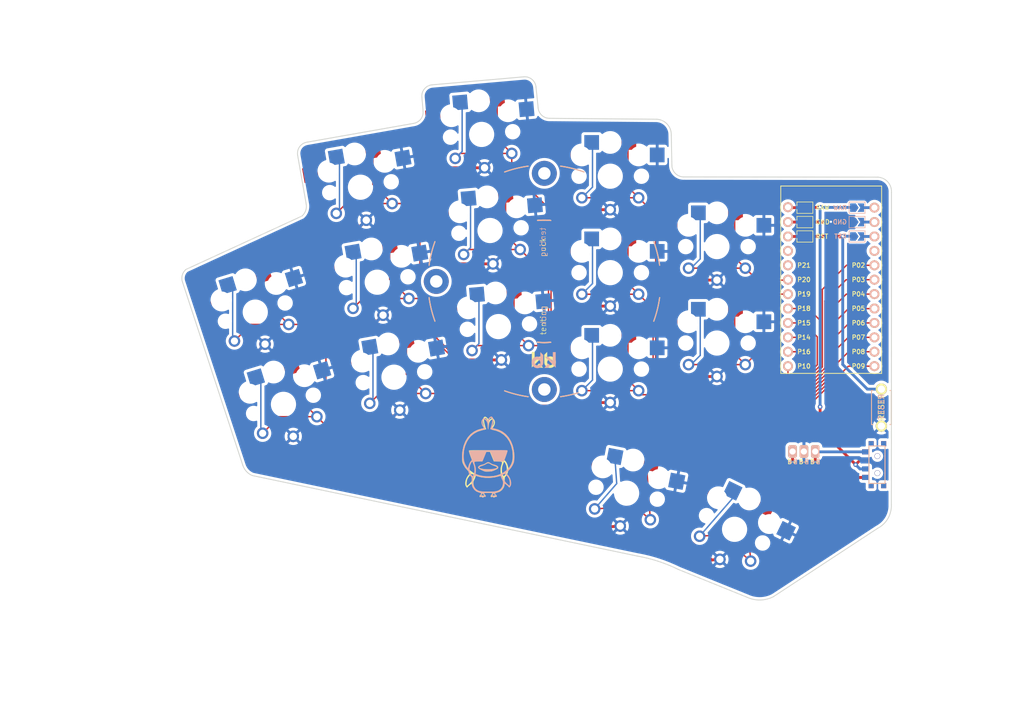
<source format=kicad_pcb>
(kicad_pcb (version 20211014) (generator pcbnew)
  (title_block (title "board") (rev "v1.0.0") (company "Unknown"))
  (layers (0 "F.Cu" signal) (31 "B.Cu" signal) (34 "B.Paste" user) (35 "F.Paste" user) (36 "B.SilkS" user "B.Silkscreen") (37 "F.SilkS" user "F.Silkscreen") (38 "B.Mask" user) (39 "F.Mask" user) (44 "Edge.Cuts" user))
  (net 0 "")
  (net 1 "P6")
  (net 2 "GND")
  (net 3 "P5")
  (net 4 "P4")
  (net 5 "P3")
  (net 6 "P2")
  (net 7 "P18")
  (net 8 "P15")
  (net 9 "P14")
  (net 10 "P16")
  (net 11 "P10")
  (net 12 "P19")
  (net 13 "P20")
  (net 14 "P21")
  (net 15 "P7")
  (net 16 "P8")
  (net 17 "P9")
  (net 18 "RAW")
  (net 19 "RST")
  (net 20 "Braw")
  (footprint "E73:SPDT_C128955" (layer "F.Cu") (at 162.50014 -55.844619 -90)
    (fp_text reference "T1" hide)
    (fp_text value "" hide)
  )
  (footprint "lib:bat" (layer "F.Cu") (at 149.545396 -58.163682)
    (fp_text reference "PAD1" hide)
    (fp_text value "" hide)
  )
  (footprint "kbd:ResetSW" (layer "F.Cu") (at 163.203191 -65.902519 90)
    (fp_text reference "B1" hide)
    (fp_text value "")
  )
  (footprint "PG1350" (layer "F.Cu") (at 71.38711 -104.745067 10)
    (fp_text reference "S11" hide)
    (fp_text value "" hide)
  )
  (footprint "PG1350" (layer "F.Cu") (at 137.32521 -44.448168 154)
    (fp_text reference "S34" hide)
    (fp_text value "" hide)
  )
  (footprint "PG1350" (layer "F.Cu") (at 94.221643 -97.114167 5)
    (fp_text reference "S15" hide)
    (fp_text value "" hide)
  )
  (footprint "PG1350" (layer "F.Cu") (at 115.411087 -89.686017)
    (fp_text reference "S21" hide)
    (fp_text value "" hide)
  )
  (footprint "PG1350" (layer "F.Cu") (at 77.291148 -71.261603 -170)
    (fp_text reference "S8" hide)
    (fp_text value "" hide)
  )
  (footprint "PG1350" (layer "F.Cu") (at 95.703291 -80.178857 -175)
    (fp_text reference "S14" hide)
    (fp_text value "" hide)
  )
  (footprint "PG1350" (layer "F.Cu") (at 115.411087 -72.686017 180)
    (fp_text reference "S20" hide)
    (fp_text value "" hide)
  )
  (footprint "PG1350" (layer "F.Cu") (at 134.21828 -77.278852 180)
    (fp_text reference "S28" hide)
    (fp_text value "" hide)
  )
  (footprint "PG1350" (layer "F.Cu") (at 134.21828 -94.278852)
    (fp_text reference "S29" hide)
    (fp_text value "" hide)
  )
  (footprint "LOGO" (layer "F.Cu") (at 93.819755 -55.859733)
    (fp_text reference "G***" hide)
    (fp_text value "LOGO" hide)
  )
  (footprint "PG1350" (layer "F.Cu") (at 137.32521 -44.448168 -26)
    (fp_text reference "S33" hide)
    (fp_text value "" hide)
  )
  (footprint "PG1350" (layer "F.Cu") (at 77.291148 -71.261603 10)
    (fp_text reference "S7" hide)
    (fp_text value "" hide)
  )
  (footprint "E73:SPDT_C128955" (layer "F.Cu") (at 162.50014 -55.844619 -90)
    (fp_text reference "T2" hide)
    (fp_text value "" hide)
  )
  (footprint "PG1350" (layer "F.Cu") (at 52.842259 -82.729963 17)
    (fp_text reference "S5" hide)
    (fp_text value "" hide)
  )
  (footprint "PG1350" (layer "F.Cu") (at 134.21828 -77.278852)
    (fp_text reference "S27" hide)
    (fp_text value "" hide)
  )
  (footprint "PG1350" (layer "F.Cu") (at 74.339129 -88.003335 10)
    (fp_text reference "S9" hide)
    (fp_text value "" hide)
  )
  (footprint "PG1350" (layer "F.Cu") (at 94.221643 -97.114167 -175)
    (fp_text reference "S16" hide)
    (fp_text value "" hide)
  )
  (footprint "PG1350" (layer "F.Cu") (at 134.21828 -94.278852 180)
    (fp_text reference "S30" hide)
    (fp_text value "" hide)
  )
  (footprint "PG1350" (layer "F.Cu") (at 95.703291 -80.178857 5)
    (fp_text reference "S13" hide)
    (fp_text value "" hide)
  )
  (footprint "PG1350" (layer "F.Cu") (at 115.411087 -106.686017 180)
    (fp_text reference "S24" hide)
    (fp_text value "" hide)
  )
  (footprint "PG1350" (layer "F.Cu") (at 92.739996 -114.049477 5)
    (fp_text reference "S17" hide)
    (fp_text value "" hide)
  )
  (footprint "PG1350" (layer "F.Cu") (at 57.812578 -66.472782 -163)
    (fp_text reference "S4" hide)
    (fp_text value "" hide)
  )
  (footprint "PG1350" (layer "F.Cu") (at 74.339129 -88.003335 -170)
    (fp_text reference "S10" hide)
    (fp_text value "" hide)
  )
  (footprint "PG1350" (layer "F.Cu") (at 115.411087 -89.686017 180)
    (fp_text reference "S22" hide)
    (fp_text value "" hide)
  )
  (footprint "PG1350" (layer "F.Cu") (at 118.297141 -50.814871 -11)
    (fp_text reference "S31" hide)
    (fp_text value "" hide)
  )
  (footprint "ProMicro" (layer "F.Cu") (at 154.357213 -87.172542 -90)
    (fp_text reference "MCU1" hide)
    (fp_text value "" hide)
  )
  (footprint "PG1350" (layer "F.Cu") (at 57.812578 -66.472782 17)
    (fp_text reference "S3" hide)
    (fp_text value "" hide)
  )
  (footprint "PG1350" (layer "F.Cu") (at 118.297141 -50.814871 169)
    (fp_text reference "S32" hide)
    (fp_text value "" hide)
  )
  (footprint "Alaa:Tenting_Puck_3_Holes" (layer "F.Cu") (at 103.79722 -88.141427)
    (fp_text reference "REF**")
    (fp_text value "Tenting Puck")
  )
  (footprint "PG1350" (layer "F.Cu") (at 71.38711 -104.745067 -170)
    (fp_text reference "S12" hide)
    (fp_text value "" hide)
  )
  (footprint "PG1350" (layer "F.Cu") (at 115.411087 -106.686017)
    (fp_text reference "S23" hide)
    (fp_text value "" hide)
  )
  (footprint "PG1350" (layer "F.Cu") (at 52.842259 -82.729963 -163)
    (fp_text reference "S6" hide)
    (fp_text value "" hide)
  )
  (footprint "PG1350" (layer "F.Cu") (at 115.411087 -72.686017)
    (fp_text reference "S19" hide)
    (fp_text value "" hide)
  )
  (footprint "PG1350" (layer "F.Cu") (at 92.739996 -114.049477 -175)
    (fp_text reference "S18" hide)
    (fp_text value "" hide)
  )
  (footprint "LOGO" (layer "B.Cu") (at 93.98 -55.88 180)
    (fp_text reference "G***" hide)
    (fp_text value "LOGO" hide)
  )
  (gr_line (start 61.933082 -112.680378) (end 80.777935 -116.003234) (layer "Edge.Cuts") (width 0.15))
  (gr_arc (start 123.633938 -116.727707) (mid 125.468731 -115.844155) (end 126.173938 -113.933707) (layer "Edge.Cuts") (width 0.15))
  (gr_arc (start 40.005384 -88.04935) (mid 39.97918 -89.259077) (end 40.64821 -90.267305) (layer "Edge.Cuts") (width 0.15))
  (gr_line (start 40.64821 -90.267305) (end 61.081026 -99.669502) (layer "Edge.Cuts") (width 0.15))
  (gr_line (start 104.699526 -116.893075) (end 123.633938 -116.727707) (layer "Edge.Cuts") (width 0.15))
  (gr_arc (start 120.254821 -39.713489) (mid 123.918766 -38.792132) (end 127.419262 -37.368763) (layer "Edge.Cuts") (width 0.15))
  (gr_arc (start 104.699526 -116.893075) (mid 103.348365 -117.418542) (end 102.707136 -118.718765) (layer "Edge.Cuts") (width 0.15))
  (gr_line (start 162.601024 -106.517136) (end 128.30714 -106.564179) (layer "Edge.Cuts") (width 0.15))
  (gr_arc (start 128.30714 -106.564179) (mid 126.888572 -107.173144) (end 126.278191 -108.591103) (layer "Edge.Cuts") (width 0.15))
  (gr_line (start 84.024062 -122.794691) (end 100.162416 -124.206614) (layer "Edge.Cuts") (width 0.15))
  (gr_arc (start 144.150515 -32.561483) (mid 142.090346 -31.994524) (end 139.974087 -32.289818) (layer "Edge.Cuts") (width 0.15))
  (gr_line (start 120.254821 -39.713489) (end 52.325668 -53.91664) (layer "Edge.Cuts") (width 0.15))
  (gr_line (start 40.005384 -88.04935) (end 50.640798 -55.746836) (layer "Edge.Cuts") (width 0.15))
  (gr_arc (start 52.325668 -53.91664) (mid 51.283938 -54.648268) (end 50.640798 -55.746836) (layer "Edge.Cuts") (width 0.15))
  (gr_line (start 139.974087 -32.289818) (end 127.419262 -37.368763) (layer "Edge.Cuts") (width 0.15))
  (gr_arc (start 164.962483 -48.776415) (mid 164.357146 -46.351592) (end 162.54981 -44.6254) (layer "Edge.Cuts") (width 0.15))
  (gr_line (start 82.423028 -118.147161) (end 82.205984 -120.62799) (layer "Edge.Cuts") (width 0.15))
  (gr_arc (start 61.820427 -101.762322) (mid 61.721438 -100.620269) (end 61.081026 -99.669502) (layer "Edge.Cuts") (width 0.15))
  (gr_line (start 164.962483 -48.776415) (end 164.982296 -103.812548) (layer "Edge.Cuts") (width 0.15))
  (gr_arc (start 100.162416 -124.206615) (mid 101.622316 -123.746329) (end 102.329117 -122.388536) (layer "Edge.Cuts") (width 0.15))
  (gr_line (start 144.150515 -32.561483) (end 162.54981 -44.6254) (layer "Edge.Cuts") (width 0.15))
  (gr_line (start 60.310763 -110.363466) (end 61.820427 -101.762322) (layer "Edge.Cuts") (width 0.15))
  (gr_arc (start 82.423029 -118.147161) (mid 82.017359 -116.755316) (end 80.777935 -116.003234) (layer "Edge.Cuts") (width 0.15))
  (gr_line (start 126.278191 -108.591103) (end 126.173938 -113.933707) (layer "Edge.Cuts") (width 0.15))
  (gr_arc (start 162.601024 -106.517136) (mid 164.353984 -105.659944) (end 164.982296 -103.812548) (layer "Edge.Cuts") (width 0.15))
  (gr_line (start 102.329117 -122.388536) (end 102.707136 -118.718765) (layer "Edge.Cuts") (width 0.15))
  (gr_arc (start 60.310764 -110.363466) (mid 60.64207 -111.857918) (end 61.933082 -112.680378) (layer "Edge.Cuts") (width 0.15))
  (gr_arc (start 82.205984 -120.627991) (mid 82.666277 -122.087884) (end 84.024062 -122.794691) (layer "Edge.Cuts") (width 0.15))
  (segment (start 81.024544 -63.5) (end 71.12 -63.5) (width 0.25) (layer "F.Cu") (net 1))
  (segment (start 94.028116 -72.037521) (end 89.562066 -72.037521) (width 0.25) (layer "F.Cu") (net 1))
  (segment (start 154.628374 -72.346106) (end 147.293059 -65.010791) (width 0.25) (layer "F.Cu") (net 1))
  (segment (start 63.479549 -80.557863) (end 58.734795 -80.557863) (width 0.25) (layer "F.Cu") (net 1))
  (segment (start 58.734795 -80.557863) (end 52.095465 -80.557863) (width 0.25) (layer "F.Cu") (net 1))
  (segment (start 54.234545 -89.377494) (end 54.234545 -85.058113) (width 0.25) (layer "F.Cu") (net 1))
  (segment (start 109.813673 -62.104105) (end 106.982862 -64.934916) (width 0.25) (layer "F.Cu") (net 1))
  (segment (start 52.095465 -80.557863) (end 49.171748 -77.634146) (width 0.25) (layer "F.Cu") (net 1))
  (segment (start 54.234545 -85.058113) (end 58.734795 -80.557863) (width 0.25) (layer "F.Cu") (net 1))
  (segment (start 147.293059 -65.010791) (end 124.592825 -65.010791) (width 0.25) (layer "F.Cu") (net 1))
  (segment (start 89.562066 -72.037521) (end 81.024544 -63.5) (width 0.25) (layer "F.Cu") (net 1))
  (segment (start 65.297412 -78.74) (end 63.479549 -80.557863) (width 0.25) (layer "F.Cu") (net 1))
  (segment (start 124.592825 -65.010791) (end 121.686138 -62.104105) (width 0.25) (layer "F.Cu") (net 1))
  (segment (start 65.297412 -69.322588) (end 65.297412 -78.74) (width 0.25) (layer "F.Cu") (net 1))
  (segment (start 121.686138 -62.104105) (end 109.813673 -62.104105) (width 0.25) (layer "F.Cu") (net 1))
  (segment (start 101.130724 -64.934916) (end 94.028116 -72.037521) (width 0.25) (layer "F.Cu") (net 1))
  (segment (start 157.527339 -80.822542) (end 154.628374 -77.923577) (width 0.25) (layer "F.Cu") (net 1))
  (segment (start 106.982862 -64.934916) (end 101.130724 -64.934916) (width 0.25) (layer "F.Cu") (net 1))
  (segment (start 71.12 -63.5) (end 65.297412 -69.322588) (width 0.25) (layer "F.Cu") (net 1))
  (segment (start 161.977213 -80.822542) (end 157.527339 -80.822542) (width 0.25) (layer "F.Cu") (net 1))
  (segment (start 154.628374 -77.923577) (end 154.628374 -72.346106) (width 0.25) (layer "F.Cu") (net 1))
  (segment (start 47.655954 -88.184596) (end 48.856953 -86.983597) (width 0.25) (layer "B.Cu") (net 1))
  (segment (start 48.856953 -86.983597) (end 48.856953 -78.356283) (width 0.25) (layer "B.Cu") (net 1))
  (segment (start 108.15356 -75.418544) (end 107.136087 -76.436017) (width 0.5) (layer "F.Cu") (net 2))
  (segment (start 63.384822 -105.421809) (end 62.586645 -106.219986) (width 0.5) (layer "F.Cu") (net 2))
  (segment (start 96.21751 -74.301308) (end 89.760656 -74.301308) (width 0.5) (layer "F.Cu") (net 2))
  (segment (start 134.21828 -88.378852) (end 127.851901 -88.378852) (width 0.5) (layer "F.Cu") (net 2))
  (segment (start 63.384822 -100.80225) (end 63.384822 -105.421809) (width 0.5) (layer "F.Cu") (net 2))
  (segment (start 128.490798 -71.378852) (end 125.94328 -73.92637) (width 0.5) (layer "F.Cu") (net 2))
  (segment (start 75.363653 -82.192969) (end 74.347654 -81.17697) (width 0.5) (layer "F.Cu") (net 2))
  (segment (start 115.411087 -66.786017) (end 109.81576 -66.786017) (width 0.5) (layer "F.Cu") (net 2))
  (segment (start 125.94328 -90.287473) (end 125.94328 -98.028852) (width 0.5) (layer "F.Cu") (net 2))
  (segment (start 108.15356 -68.448217) (end 108.15356 -75.418544) (width 0.5) (layer "F.Cu") (net 2))
  (segment (start 62.586645 -106.219986) (end 62.586645 -107.001157) (width 0.5) (layer "F.Cu") (net 2))
  (segment (start 66.26837 -97.918702) (end 63.384822 -100.80225) (width 0.5) (layer "F.Cu") (net 2))
  (segment (start 74.347654 -81.17697) (end 68.485407 -81.17697) (width 0.5) (layer "F.Cu") (net 2))
  (segment (start 71.813295 -64.435238) (end 68.490683 -67.75785) (width 0.5) (layer "F.Cu") (net 2))
  (segment (start 89.760656 -74.301308) (end 87.132946 -76.929018) (width 0.5) (layer "F.Cu") (net 2))
  (segment (start 109.81576 -66.786017) (end 108.15356 -68.448217) (width 0.5) (layer "F.Cu") (net 2))
  (segment (start 49.917361 -65.987885) (end 48.802762 -67.102484) (width 0.5) (layer "F.Cu") (net 2))
  (segment (start 129.44455 -42.40131) (end 129.014546 -48.550649) (width 0.5) (layer "F.Cu") (net 2))
  (segment (start 110.481743 -46.692663) (end 109.904892 -54.942014) (width 0.5) (layer "F.Cu") (net 2))
  (segment (start 59.537571 -60.830584) (end 58.196209 -59.489222) (width 0.5) (layer "F.Cu") (net 2))
  (segment (start 77.299673 -64.435238) (end 71.813295 -64.435238) (width 0.5) (layer "F.Cu") (net 2))
  (segment (start 115.411087 -83.786017) (end 108.973745 -83.786017) (width 0.5) (layer "F.Cu") (net 2))
  (segment (start 78.315672 -65.451237) (end 77.299673 -64.435238) (width 0.5) (layer "F.Cu") (net 2))
  (segment (start 58.196209 -59.489222) (end 53.137791 -59.489222) (width 0.5) (layer "F.Cu") (net 2))
  (segment (start 71.395635 -97.918702) (end 66.26837 -97.918702) (width 0.5) (layer "F.Cu") (net 2))
  (segment (start 117.171368 -45.023271) (end 112.757238 -44.714605) (width 0.5) (layer "F.Cu") (net 2))
  (segment (start 53.137791 -59.489222) (end 49.917361 -62.709652) (width 0.5) (layer "F.Cu") (net 2))
  (segment (start 134.21828 -71.378852) (end 128.490798 -71.378852) (width 0.5) (layer "F.Cu") (net 2))
  (segment (start 107.136087 -103.216201) (end 107.136087 -110.436017) (width 0.5) (layer "F.Cu") (net 2))
  (segment (start 86.601289 -108.171928) (end 86.570217 -108.140856) (width 0.5) (layer "F.Cu") (net 2))
  (segment (start 93.254215 -108.171928) (end 86.601289 -108.171928) (width 0.5) (layer "F.Cu") (net 2))
  (segment (start 115.411087 -100.786017) (end 109.566271 -100.786017) (width 0.5) (layer "F.Cu") (net 2))
  (segment (start 68.485407 -81.17697) (end 65.538664 -84.123713) (width 0.5) (layer "F.Cu") (net 2))
  (segment (start 85.651298 -93.599163) (end 85.651298 -100.128683) (width 0.5) (layer "F.Cu") (net 2))
  (segment (start 65.538664 -84.123713) (end 65.538664 -90.259425) (width 0.5) (layer "F.Cu") (net 2))
  (segment (start 48.802762 -67.102484) (end 48.802762 -67.639549) (width 0.5) (layer "F.Cu") (net 2))
  (segment (start 129.014546 -48.550649) (end 131.531581 -51.446167) (width 0.5) (layer "F.Cu") (net 2))
  (segment (start 112.757238 -44.714605) (end 110.481743 -46.692663) (width 0.5) (layer "F.Cu") (net 2))
  (segment (start 133.30548 -39.045054) (end 129.44455 -42.40131) (width 0.5) (layer "F.Cu") (net 2))
  (segment (start 154.256703 -98.602542) (end 150.44369 -98.602542) (width 0.5) (layer "F.Cu") (net 2))
  (segment (start 108.15356 -76.015027) (end 107.136087 -77.0325) (width 0.5) (layer "F.Cu") (net 2))
  (segment (start 109.566271 -100.786017) (end 107.136087 -103.216201) (width 0.5) (layer "F.Cu") (net 2))
  (segment (start 94.735862 -91.236618) (end 88.013843 -91.236618) (width 0.5) (layer "F.Cu") (net 2))
  (segment (start 48.232895 -75.218284) (end 44.864298 -78.586881) (width 0.5) (layer "F.Cu") (net 2))
  (segment (start 87.132946 -76.929018) (end 87.132946 -83.193373) (width 0.5) (layer "F.Cu") (net 2))
  (segment (start 88.013843 -91.236618) (end 85.651298 -93.599163) (width 0.5) (layer "F.Cu") (net 2))
  (segment (start 108.973745 -83.786017) (end 107.136087 -85.623675) (width 0.5) (layer "F.Cu") (net 2))
  (segment (start 154.304587 -98.650426) (end 154.256703 -98.602542) (width 0.5) (layer "F.Cu") (net 2))
  (segment (start 127.851901 -88.378852) (end 125.94328 -90.287473) (width 0.5) (layer "F.Cu") (net 2))
  (segment (start 44.864298 -78.586881) (end 44.864298 -82.864875) (width 0.5) (layer "F.Cu") (net 2))
  (segment (start 86.570217 -108.140856) (end 84.169651 -110.541422) (width 0.5) (layer "F.Cu") (net 2))
  (segment (start 54.567252 -77.087765) (end 52.697771 -75.218284) (width 0.5) (layer "F.Cu") (net 2))
  (segment (start 72.411634 -98.934701) (end 71.395635 -97.918702) (width 0.5) (layer "F.Cu") (net 2))
  (segment (start 134.73882 -39.145283) (end 133.30548 -39.045054) (width 0.5) (layer "F.Cu") (net 2))
  (segment (start 68.490683 -67.75785) (end 68.490683 -73.517693) (width 0.5) (layer "F.Cu") (net 2))
  (segment (start 52.697771 -75.218284) (end 48.232895 -75.218284) (width 0.5) (layer "F.Cu") (net 2))
  (segment (start 107.136087 -85.623675) (end 107.136087 -93.436017) (width 0.5) (layer "F.Cu") (net 2))
  (segment (start 44.864298 -82.864875) (end 43.832443 -83.89673) (width 0.5) (layer "F.Cu") (net 2))
  (segment (start 49.917361 -62.709652) (end 49.917361 -65.987885) (width 0.5) (layer "F.Cu") (net 2))
  (segment (start 125.94328 -73.92637) (end 125.94328 -81.028852) (width 0.5) (layer "F.Cu") (net 2))
  (segment (start 84.169651 -110.541422) (end 84.169651 -117.063993) (width 0.5) (layer "F.Cu") (net 2))
  (via (at 154.304587 -98.650426) (size 0.8) (drill 0.4) (layers "F.Cu" "B.Cu") (net 2))
  (segment (start 154.329345 -98.675184) (end 154.329345 -64.825511) (width 0.5) (layer "B.Cu") (net 2))
  (segment (start 149.545396 -60.041562) (end 149.545396 -58.163682) (width 0.5) (layer "B.Cu") (net 2))
  (segment (start 154.329345 -64.825511) (end 149.545396 -60.041562) (width 0.5) (layer "B.Cu") (net 2))
  (segment (start 154.304587 -98.650426) (end 154.329345 -98.675184) (width 0.5) (layer "B.Cu") (net 2))
  (segment (start 154.329345 -98.675184) (end 158.139502 -98.675184) (width 0.5) (layer "B.Cu") (net 2))
  (segment (start 121.499941 -62.553625) (end 124.406628 -65.460311) (width 0.25) (layer "F.Cu") (net 3))
  (segment (start 157.383378 -83.345369) (end 161.96004 -83.345369) (width 0.25) (layer "F.Cu") (net 3))
  (segment (start 154.178854 -80.140845) (end 157.383378 -83.345369) (width 0.25) (layer "F.Cu") (net 3))
  (segment (start 79.483187 -71.779437) (end 82.87505 -68.387574) (width 0.25) (layer "F.Cu") (net 3))
  (segment (start 154.178854 -72.532303) (end 154.178854 -80.140845) (width 0.25) (layer "F.Cu") (net 3))
  (segment (start 94.214315 -72.487041) (end 101.31692 -65.384436) (width 0.25) (layer "F.Cu") (net 3))
  (segment (start 124.406628 -65.460311) (end 147.106862 -65.460311) (width 0.25) (layer "F.Cu") (net 3))
  (segment (start 109.999871 -62.553625) (end 121.499941 -62.553625) (width 0.25) (layer "F.Cu") (net 3))
  (segment (start 101.31692 -65.384436) (end 107.16906 -65.384436) (width 0.25) (layer "F.Cu") (net 3))
  (segment (start 82.87505 -68.387574) (end 74.763453 -68.387574) (width 0.25) (layer "F.Cu") (net 3))
  (segment (start 107.16906 -65.384436) (end 109.999871 -62.553625) (width 0.25) (layer "F.Cu") (net 3))
  (segment (start 79.483187 -77.689907) (end 79.483187 -71.779437) (width 0.25) (layer "F.Cu") (net 3))
  (segment (start 74.763453 -68.387574) (end 73.026972 -66.651093) (width 0.25) (layer "F.Cu") (net 3))
  (segment (start 85.2764 -68.387574) (end 89.375867 -72.487041) (width 0.25) (layer "F.Cu") (net 3))
  (segment (start 89.375867 -72.487041) (end 94.214315 -72.487041) (width 0.25) (layer "F.Cu") (net 3))
  (segment (start 82.87505 -68.387574) (end 85.2764 -68.387574) (width 0.25) (layer "F.Cu") (net 3))
  (segment (start 147.106862 -65.460311) (end 154.178854 -72.532303) (width 0.25) (layer "F.Cu") (net 3))
  (segment (start 73.59045 -67.214571) (end 73.026972 -66.651093) (width 0.25) (layer "B.Cu") (net 3))
  (segment (start 73.032696 -76.552511) (end 73.59045 -75.994757) (width 0.25) (layer "B.Cu") (net 3))
  (segment (start 73.59045 -75.994757) (end 73.59045 -67.214571) (width 0.25) (layer "B.Cu") (net 3))
  (segment (start 101.503117 -65.833956) (end 107.355257 -65.833956) (width 0.25) (layer "F.Cu") (net 4))
  (segment (start 121.313741 -63.003145) (end 124.220427 -65.909831) (width 0.25) (layer "F.Cu") (net 4))
  (segment (start 76.531168 -88.521169) (end 79.923031 -85.129306) (width 0.25) (layer "F.Cu") (net 4))
  (segment (start 94.400512 -72.936561) (end 101.503117 -65.833956) (width 0.25) (layer "F.Cu") (net 4))
  (segment (start 146.920664 -65.909831) (end 153.729334 -72.718501) (width 0.25) (layer "F.Cu") (net 4))
  (segment (start 76.531168 -94.431639) (end 76.531168 -88.521169) (width 0.25) (layer "F.Cu") (net 4))
  (segment (start 107.355257 -65.833956) (end 110.186071 -63.003145) (width 0.25) (layer "F.Cu") (net 4))
  (segment (start 84.38648 -82.617802) (end 84.38648 -77.933067) (width 0.25) (layer "F.Cu") (net 4))
  (segment (start 157.024799 -85.904799) (end 161.974956 -85.904799) (width 0.25) (layer "F.Cu") (net 4))
  (segment (start 79.923031 -85.129306) (end 71.811434 -85.129306) (width 0.25) (layer "F.Cu") (net 4))
  (segment (start 79.923031 -85.129306) (end 81.874976 -85.129306) (width 0.25) (layer "F.Cu") (net 4))
  (segment (start 124.220427 -65.909831) (end 146.920664 -65.909831) (width 0.25) (layer "F.Cu") (net 4))
  (segment (start 81.874976 -85.129306) (end 84.38648 -82.617802) (width 0.25) (layer "F.Cu") (net 4))
  (segment (start 153.729334 -82.609334) (end 157.024799 -85.904799) (width 0.25) (layer "F.Cu") (net 4))
  (segment (start 84.38648 -77.933067) (end 89.382986 -72.936561) (width 0.25) (layer "F.Cu") (net 4))
  (segment (start 89.382986 -72.936561) (end 94.400512 -72.936561) (width 0.25) (layer "F.Cu") (net 4))
  (segment (start 71.811434 -85.129306) (end 70.074953 -83.392825) (width 0.25) (layer "F.Cu") (net 4))
  (segment (start 153.729334 -72.718501) (end 153.729334 -82.609334) (width 0.25) (layer "F.Cu") (net 4))
  (segment (start 110.186071 -63.003145) (end 121.313741 -63.003145) (width 0.25) (layer "F.Cu") (net 4))
  (segment (start 161.974956 -85.904799) (end 161.977213 -85.902542) (width 0.25) (layer "F.Cu") (net 4))
  (segment (start 70.638431 -83.956303) (end 70.074953 -83.392825) (width 0.25) (layer "B.Cu") (net 4))
  (segment (start 70.638431 -92.736489) (end 70.638431 -83.956303) (width 0.25) (layer "B.Cu") (net 4))
  (segment (start 70.080677 -93.294243) (end 70.638431 -92.736489) (width 0.25) (layer "B.Cu") (net 4))
  (segment (start 68.859415 -101.871038) (end 67.122934 -100.134557) (width 0.25) (layer "F.Cu") (net 5))
  (segment (start 81.858703 -85.781297) (end 84.836 -82.804) (width 0.25) (layer "F.Cu") (net 5))
  (segment (start 101.689314 -66.283476) (end 107.541455 -66.283476) (width 0.25) (layer "F.Cu") (net 5))
  (segment (start 89.569184 -73.386081) (end 94.586709 -73.386081) (width 0.25) (layer "F.Cu") (net 5))
  (segment (start 107.541455 -66.283476) (end 110.372268 -63.452665) (width 0.25) (layer "F.Cu") (net 5))
  (segment (start 121.127543 -63.452665) (end 124.03423 -66.359351) (width 0.25) (layer "F.Cu") (net 5))
  (segment (start 76.971012 -101.871038) (end 79.561162 -101.871038) (width 0.25) (layer "F.Cu") (net 5))
  (segment (start 73.579149 -111.173371) (end 73.579149 -105.262901) (width 0.25) (layer "F.Cu") (net 5))
  (segment (start 84.836 -82.804) (end 84.836 -78.119265) (width 0.25) (layer "F.Cu") (net 5))
  (segment (start 124.03423 -66.359351) (end 146.734466 -66.359351) (width 0.25) (layer "F.Cu") (net 5))
  (segment (start 153.249052 -84.703008) (end 156.988586 -88.442542) (width 0.25) (layer "F.Cu") (net 5))
  (segment (start 81.858703 -99.573497) (end 81.858703 -85.781297) (width 0.25) (layer "F.Cu") (net 5))
  (segment (start 76.971012 -101.871038) (end 68.859415 -101.871038) (width 0.25) (layer "F.Cu") (net 5))
  (segment (start 146.734466 -66.359351) (end 153.249052 -72.873937) (width 0.25) (layer "F.Cu") (net 5))
  (segment (start 79.561162 -101.871038) (end 81.858703 -99.573497) (width 0.25) (layer "F.Cu") (net 5))
  (segment (start 94.586709 -73.386081) (end 101.689314 -66.283476) (width 0.25) (layer "F.Cu") (net 5))
  (segment (start 153.249052 -72.873937) (end 153.249052 -84.703008) (width 0.25) (layer "F.Cu") (net 5))
  (segment (start 73.579149 -105.262901) (end 76.971012 -101.871038) (width 0.25) (layer "F.Cu") (net 5))
  (segment (start 156.988586 -88.442542) (end 161.977213 -88.442542) (width 0.25) (layer "F.Cu") (net 5))
  (segment (start 84.836 -78.119265) (end 89.569184 -73.386081) (width 0.25) (layer "F.Cu") (net 5))
  (segment (start 110.372268 -63.452665) (end 121.127543 -63.452665) (width 0.25) (layer "F.Cu") (net 5))
  (segment (start 67.686412 -100.698035) (end 67.122934 -100.134557) (width 0.25) (layer "B.Cu") (net 5))
  (segment (start 67.128658 -110.035975) (end 67.686412 -109.478221) (width 0.25) (layer "B.Cu") (net 5))
  (segment (start 67.686412 -109.478221) (end 67.686412 -100.698035) (width 0.25) (layer "B.Cu") (net 5))
  (segment (start 102.844128 -76.829096) (end 104.07916 -75.594064) (width 0.25) (layer "F.Cu") (net 6))
  (segment (start 91.925067 -76.829096) (end 91.053509 -75.957538) (width 0.25) (layer "F.Cu") (net 6))
  (segment (start 104.07916 -73.484347) (end 106.68 -70.883507) (width 0.25) (layer "F.Cu") (net 6))
  (segment (start 101.015456 -76.829096) (end 98.447252 -79.3973) (width 0.25) (layer "F.Cu") (net 6))
  (segment (start 98.447252 -79.3973) (end 98.447252 -86.391651) (width 0.25) (layer "F.Cu") (net 6))
  (segment (start 120.941347 -63.902185) (end 123.848033 -66.808871) (width 0.25) (layer "F.Cu") (net 6))
  (segment (start 157.043597 -90.982542) (end 161.977213 -90.982542) (width 0.25) (layer "F.Cu") (net 6))
  (segment (start 146.548268 -66.808871) (end 152.799532 -73.060135) (width 0.25) (layer "F.Cu") (net 6))
  (segment (start 123.848033 -66.808871) (end 146.548268 -66.808871) (width 0.25) (layer "F.Cu") (net 6))
  (segment (start 152.799532 -86.738477) (end 157.043597 -90.982542) (width 0.25) (layer "F.Cu") (net 6))
  (segment (start 104.07916 -75.594064) (end 104.07916 -73.484347) (width 0.25) (layer "F.Cu") (net 6))
  (segment (start 106.68 -70.883507) (end 106.680001 -67.780648) (width 0.25) (layer "F.Cu") (net 6))
  (segment (start 110.558465 -63.902185) (end 120.941347 -63.902185) (width 0.25) (layer "F.Cu") (net 6))
  (segment (start 152.799532 -73.060135) (end 152.799532 -86.738477) (width 0.25) (layer "F.Cu") (net 6))
  (segment (start 101.015456 -76.829096) (end 102.844128 -76.829096) (width 0.25) (layer "F.Cu") (net 6))
  (segment (start 101.015456 -76.829096) (end 91.925067 -76.829096) (width 0.25) (layer "F.Cu") (net 6))
  (segment (start 106.680001 -67.780648) (end 110.558465 -63.902185) (width 0.25) (layer "F.Cu") (net 6))
  (segment (start 92.270004 -77.174033) (end 91.053509 -75.957538) (width 0.25) (layer "B.Cu") (net 6))
  (segment (start 91.922177 -85.82078) (end 92.270004 -85.472953) (width 0.25) (layer "B.Cu") (net 6))
  (segment (start 92.270004 -85.472953) (end 92.270004 -77.174033) (width 0.25) (layer "B.Cu") (net 6))
  (segment (start 104.52868 -88.769534) (end 104.52868 -73.670546) (width 0.25) (layer "F.Cu") (net 7))
  (segment (start 107.12952 -67.966846) (end 107.392843 -67.703524) (width 0.25) (layer "F.Cu") (net 7))
  (segment (start 120.755149 -64.351705) (end 123.661836 -67.258391) (width 0.25) (layer "F.Cu") (net 7))
  (segment (start 99.533808 -93.764406) (end 90.443419 -93.764406) (width 0.25) (layer "F.Cu") (net 7))
  (segment (start 96.965604 -96.33261) (end 99.533808 -93.764406) (width 0.25) (layer "F.Cu") (net 7))
  (segment (start 146.36207 -67.258391) (end 152.350012 -73.246333) (width 0.25) (layer "F.Cu") (net 7))
  (segment (start 110.744662 -64.351705) (end 120.755149 -64.351705) (width 0.25) (layer "F.Cu") (net 7))
  (segment (start 99.533808 -93.764406) (end 104.52868 -88.769534) (width 0.25) (layer "F.Cu") (net 7))
  (segment (start 152.350012 -81.329988) (end 150.317458 -83.362542) (width 0.25) (layer "F.Cu") (net 7))
  (segment (start 107.12952 -71.069705) (end 107.12952 -67.966846) (width 0.25) (layer "F.Cu") (net 7))
  (segment (start 150.317458 -83.362542) (end 146.737213 -83.362542) (width 0.25) (layer "F.Cu") (net 7))
  (segment (start 96.965604 -103.326961) (end 96.965604 -96.33261) (width 0.25) (layer "F.Cu") (net 7))
  (segment (start 123.661836 -67.258391) (end 146.36207 -67.258391) (width 0.25) (layer "F.Cu") (net 7))
  (segment (start 104.52868 -73.670546) (end 107.12952 -71.069705) (width 0.25) (layer "F.Cu") (net 7))
  (segment (start 107.392843 -67.703524) (end 110.744662 -64.351705) (width 0.25) (layer "F.Cu") (net 7))
  (segment (start 90.443419 -93.764406) (end 89.571861 -92.892848) (width 0.25) (layer "F.Cu") (net 7))
  (segment (start 152.350012 -73.246333) (end 152.350012 -81.329988) (width 0.25) (layer "F.Cu") (net 7))
  (segment (start 90.788356 -94.109343) (end 89.571861 -92.892848) (width 0.25) (layer "B.Cu") (net 7))
  (segment (start 90.440529 -102.75609) (end 90.788356 -102.408263) (width 0.25) (layer "B.Cu") (net 7))
  (segment (start 90.788356 -102.408263) (end 90.788356 -94.109343) (width 0.25) (layer "B.Cu") (net 7))
  (segment (start 107.57904 -68.153044) (end 110.930859 -64.801225) (width 0.25) (layer "F.Cu") (net 8))
  (segment (start 151.900492 -78.376564) (end 149.454514 -80.822542) (width 0.25) (layer "F.Cu") (net 8))
  (segment (start 95.483957 -120.262271) (end 95.483957 -113.26792) (width 0.25) (layer "F.Cu") (net 8))
  (segment (start 151.900492 -73.432531) (end 151.900492 -78.376564) (width 0.25) (layer "F.Cu") (net 8))
  (segment (start 146.175872 -67.707911) (end 151.900492 -73.432531) (width 0.25) (layer "F.Cu") (net 8))
  (segment (start 98.052161 -110.699716) (end 98.052161 -107.541789) (width 0.25) (layer "F.Cu") (net 8))
  (segment (start 149.454514 -80.822542) (end 146.737213 -80.822542) (width 0.25) (layer "F.Cu") (net 8))
  (segment (start 120.568951 -64.801225) (end 123.475639 -67.707911) (width 0.25) (layer "F.Cu") (net 8))
  (segment (start 98.052161 -107.541789) (end 104.9782 -100.61575) (width 0.25) (layer "F.Cu") (net 8))
  (segment (start 88.961772 -110.699716) (end 88.090214 -109.828158) (width 0.25) (layer "F.Cu") (net 8))
  (segment (start 107.57904 -71.255902) (end 107.57904 -68.153044) (width 0.25) (layer "F.Cu") (net 8))
  (segment (start 104.9782 -73.856744) (end 107.57904 -71.255902) (width 0.25) (layer "F.Cu") (net 8))
  (segment (start 104.9782 -100.61575) (end 104.9782 -73.856744) (width 0.25) (layer "F.Cu") (net 8))
  (segment (start 123.475639 -67.707911) (end 146.175872 -67.707911) (width 0.25) (layer "F.Cu") (net 8))
  (segment (start 110.930859 -64.801225) (end 120.568951 -64.801225) (width 0.25) (layer "F.Cu") (net 8))
  (segment (start 98.052161 -110.699716) (end 88.961772 -110.699716) (width 0.25) (layer "F.Cu") (net 8))
  (segment (start 95.483957 -113.26792) (end 98.052161 -110.699716) (width 0.25) (layer "F.Cu") (net 8))
  (segment (start 89.306709 -111.044653) (end 88.090214 -109.828158) (width 0.25) (layer "B.Cu") (net 8))
  (segment (start 89.306709 -119.343573) (end 89.306709 -111.044653) (width 0.25) (layer "B.Cu") (net 8))
  (segment (start 88.958882 -119.6914) (end 89.306709 -119.343573) (width 0.25) (layer "B.Cu") (net 8))
  (segment (start 151.450972 -75.858105) (end 151.450972 -73.618729) (width 0.25) (layer "F.Cu") (net 9))
  (segment (start 151.450972 -73.618729) (end 146.001033 -68.16879) (width 0.25) (layer "F.Cu") (net 9))
  (segment (start 120.411087 -68.886017) (end 110.411087 -68.886017) (width 0.25) (layer "F.Cu") (net 9))
  (segment (start 118.536566 -78.486496) (end 118.536566 -70.760538) (width 0.25) (layer "F.Cu") (net 9))
  (segment (start 121.128314 -68.16879) (end 120.411087 -68.886017) (width 0.25) (layer "F.Cu") (net 9))
  (segment (start 146.737213 -78.282542) (end 149.026535 -78.282542) (width 0.25) (layer "F.Cu") (net 9))
  (segment (start 149.026535 -78.282542) (end 151.450972 -75.858105) (width 0.25) (layer "F.Cu") (net 9))
  (segment (start 118.536566 -70.760538) (end 120.411087 -68.886017) (width 0.25) (layer "F.Cu") (net 9))
  (segment (start 146.001033 -68.16879) (end 121.128314 -68.16879) (width 0.25) (layer "F.Cu") (net 9))
  (segment (start 118.686087 -78.636017) (end 118.536566 -78.486496) (width 0.25) (layer "F.Cu") (net 9))
  (segment (start 112.285608 -79.029475) (end 112.285608 -70.760538) (width 0.25) (layer "B.Cu") (net 9))
  (segment (start 112.285608 -70.760538) (end 110.411087 -68.886017) (width 0.25) (layer "B.Cu") (net 9))
  (segment (start 118.536566 -87.760538) (end 120.411087 -85.886017) (width 0.25) (layer "F.Cu") (net 10))
  (segment (start 110.411087 -85.886017) (end 120.411087 -85.886017) (width 0.25) (layer "F.Cu") (net 10))
  (segment (start 149.86 -75.742542) (end 146.737213 -75.742542) (width 0.25) (layer "F.Cu") (net 10))
  (segment (start 118.536566 -95.486496) (end 118.536566 -87.760538) (width 0.25) (layer "F.Cu") (net 10))
  (segment (start 145.814835 -68.61831) (end 151.001452 -73.804926) (width 0.25) (layer "F.Cu") (net 10))
  (segment (start 122.966194 -69.188523) (end 123.536407 -68.61831) (width 0.25) (layer "F.Cu") (net 10))
  (segment (start 151.001452 -73.804926) (end 151.001452 -74.60109) (width 0.25) (layer "F.Cu") (net 10))
  (segment (start 120.411087 -85.886017) (end 122.966194 -83.33091) (width 0.25) (layer "F.Cu") (net 10))
  (segment (start 151.001452 -74.60109) (end 149.86 -75.742542) (width 0.25) (layer "F.Cu") (net 10))
  (segment (start 118.686087 -95.636017) (end 118.536566 -95.486496) (width 0.25) (layer "F.Cu") (net 10))
  (segment (start 122.966194 -83.33091) (end 122.966194 -69.188523) (width 0.25) (layer "F.Cu") (net 10))
  (segment (start 123.536407 -68.61831) (end 145.814835 -68.61831) (width 0.25) (layer "F.Cu") (net 10))
  (segment (start 112.285608 -96.029475) (end 112.285608 -87.760538) (width 0.25) (layer "B.Cu") (net 10))
  (segment (start 112.285608 -87.760538) (end 110.411087 -85.886017) (width 0.25) (layer "B.Cu") (net 10))
  (segment (start 123.793862 -69.06783) (end 145.628638 -69.06783) (width 0.25) (layer "F.Cu") (net 11))
  (segment (start 145.628638 -69.06783) (end 146.737213 -70.176405) (width 0.25) (layer "F.Cu") (net 11))
  (segment (start 118.536566 -112.486496) (end 118.536566 -104.760538) (width 0.25) (layer "F.Cu") (net 11))
  (segment (start 123.415714 -69.445978) (end 123.793862 -69.06783) (width 0.25) (layer "F.Cu") (net 11))
  (segment (start 146.737213 -70.176405) (end 146.737213 -73.202542) (width 0.25) (layer "F.Cu") (net 11))
  (segment (start 120.411087 -102.886017) (end 110.411087 -102.886017) (width 0.25) (layer "F.Cu") (net 11))
  (segment (start 118.686087 -112.636017) (end 118.536566 -112.486496) (width 0.25) (layer "F.Cu") (net 11))
  (segment (start 120.411087 -102.886017) (end 123.415714 -99.88139) (width 0.25) (layer "F.Cu") (net 11))
  (segment (start 123.415714 -99.88139) (end 123.415714 -69.445978) (width 0.25) (layer "F.Cu") (net 11))
  (segment (start 118.536566 -104.760538) (end 120.411087 -102.886017) (width 0.25) (layer "F.Cu") (net 11))
  (segment (start 112.285608 -104.760538) (end 110.411087 -102.886017) (width 0.25) (layer "B.Cu") (net 11))
  (segment (start 112.285608 -113.029475) (end 112.285608 -104.760538) (width 0.25) (layer "B.Cu") (net 11))
  (segment (start 144.607863 -85.902542) (end 146.737213 -85.902542) (width 0.25) (layer "F.Cu") (net 12))
  (segment (start 137.343759 -75.353373) (end 137.343759 -83.079331) (width 0.25) (layer "F.Cu") (net 12))
  (segment (start 142.540891 -83.83557) (end 144.607863 -85.902542) (width 0.25) (layer "F.Cu") (net 12))
  (segment (start 142.540891 -76.801463) (end 142.540891 -83.83557) (width 0.25) (layer "F.Cu") (net 12))
  (segment (start 139.21828 -73.478852) (end 137.343759 -75.353373) (width 0.25) (layer "F.Cu") (net 12))
  (segment (start 137.343759 -83.079331) (end 137.49328 -83.228852) (width 0.25) (layer "F.Cu") (net 12))
  (segment (start 139.21828 -73.478852) (end 142.540891 -76.801463) (width 0.25) (layer "F.Cu") (net 12))
  (segment (start 129.21828 -73.478852) (end 139.21828 -73.478852) (width 0.25) (layer "F.Cu") (net 12))
  (segment (start 131.272946 -75.102108) (end 129.078705 -72.907867) (width 0.25) (layer "B.Cu") (net 12))
  (segment (start 131.272946 -82.188626) (end 131.272946 -75.102108) (width 0.25) (layer "B.Cu") (net 12))
  (segment (start 130.803705 -82.657867) (end 131.272946 -82.188626) (width 0.25) (layer "B.Cu") (net 12))
  (segment (start 141.329875 -88.367257) (end 146.661928 -88.367257) (width 0.25) (layer "F.Cu") (net 13))
  (segment (start 139.21828 -90.478852) (end 141.329875 -88.367257) (width 0.25) (layer "F.Cu") (net 13))
  (segment (start 137.343759 -92.353373) (end 137.343759 -100.079331) (width 0.25) (layer "F.Cu") (net 13))
  (segment (start 137.343759 -100.079331) (end 137.49328 -100.228852) (width 0.25) (layer "F.Cu") (net 13))
  (segment (start 139.21828 -90.478852) (end 137.343759 -92.353373) (width 0.25) (layer "F.Cu") (net 13))
  (segment (start 146.661928 -88.367257) (end 146.737213 -88.442542) (width 0.25) (layer "F.Cu") (net 13))
  (segment (start 129.21828 -90.478852) (end 139.21828 -90.478852) (width 0.25) (layer "F.Cu") (net 13))
  (segment (start 131.272946 -99.188626) (end 131.272946 -92.102108) (width 0.25) (layer "B.Cu") (net 13))
  (segment (start 129.64969 -90.478852) (end 129.21828 -90.478852) (width 0.25) (layer "B.Cu") (net 13))
  (segment (start 131.272946 -92.102108) (end 129.64969 -90.478852) (width 0.25) (layer "B.Cu") (net 13))
  (segment (start 130.803705 -99.657867) (end 131.272946 -99.188626) (width 0.25) (layer "B.Cu") (net 13))
  (segment (start 121.872336 -61.654585) (end 109.627476 -61.654585) (width 0.25) (layer "F.Cu") (net 15))
  (segment (start 93.841919 -71.588001) (end 89.748263 -71.588001) (width 0.25) (layer "F.Cu") (net 15))
  (segment (start 89.748263 -71.588001) (end 81.210741 -63.05048) (width 0.25) (layer "F.Cu") (net 15))
  (segment (start 59.204864 -68.800932) (end 63.705114 -64.300682) (width 0.25) (layer "F.Cu") (net 15))
  (segment (start 157.36057 -78.282542) (end 155.077894 -75.999866) (width 0.25) (layer "F.Cu") (net 15))
  (segment (start 81.210741 -63.05048) (end 64.955316 -63.05048) (width 0.25) (layer "F.Cu") (net 15))
  (segment (start 64.955316 -63.05048) (end 63.705114 -64.300682) (width 0.25) (layer "F.Cu") (net 15))
  (segment (start 109.627476 -61.654585) (end 106.796665 -64.485396) (width 0.25) (layer "F.Cu") (net 15))
  (segment (start 161.977213 -78.282542) (end 157.36057 -78.282542) (width 0.25) (layer "F.Cu") (net 15))
  (segment (start 106.796665 -64.485396) (end 100.944526 -64.485396) (width 0.25) (layer "F.Cu") (net 15))
  (segment (start 155.077894 -72.159908) (end 147.479257 -64.561271) (width 0.25) (layer "F.Cu") (net 15))
  (segment (start 124.779022 -64.561271) (end 121.872336 -61.654585) (width 0.25) (layer "F.Cu") (net 15))
  (segment (start 147.479257 -64.561271) (end 124.779022 -64.561271) (width 0.25) (layer "F.Cu") (net 15))
  (segment (start 100.944526 -64.485396) (end 93.841919 -71.588001) (width 0.25) (layer "F.Cu") (net 15))
  (segment (start 155.077894 -75.999866) (end 155.077894 -72.159908) (width 0.25) (layer "F.Cu") (net 15))
  (segment (start 63.705114 -64.300682) (end 57.065784 -64.300682) (width 0.25) (layer "F.Cu") (net 15))
  (segment (start 57.065784 -64.300682) (end 54.142067 -61.376965) (width 0.25) (layer "F.Cu") (net 15))
  (segment (start 59.204864 -73.120313) (end 59.204864 -68.800932) (width 0.25) (layer "F.Cu") (net 15))
  (segment (start 52.626273 -71.927415) (end 53.827272 -70.726416) (width 0.25) (layer "B.Cu") (net 15))
  (segment (start 53.827272 -70.726416) (end 53.827272 -62.099102) (width 0.25) (layer "B.Cu") (net 15))
  (segment (start 119.717775 -48.531985) (end 112.66393 -48.038732) (width 0.25) (layer "F.Cu") (net 16))
  (segment (start 155.527414 -71.97371) (end 147.665454 -64.111751) (width 0.25) (layer "F.Cu") (net 16))
  (segment (start 122.480203 -46.130643) (end 119.717775 -48.531985) (width 0.25) (layer "F.Cu") (net 16))
  (segment (start 157.416933 -75.742542) (end 155.527414 -73.853023) (width 0.25) (layer "F.Cu") (net 16))
  (segment (start 147.665454 -64.111751) (end 124.96522 -64.111751) (width 0.25) (layer "F.Cu") (net 16))
  (segment (start 161.977213 -75.742542) (end 157.416933 -75.742542) (width 0.25) (layer "F.Cu") (net 16))
  (segment (start 155.527414 -73.853023) (end 155.527414 -71.97371) (width 0.25) (layer "F.Cu") (net 16))
  (segment (start 121.851908 -55.115678) (end 122.480203 -46.130643) (width 0.25) (layer "F.Cu") (net 16))
  (segment (start 124.96522 -64.111751) (end 122.647284 -61.793815) (width 0.25) (layer "F.Cu") (net 16))
  (segment (start 122.647284 -61.793815) (end 122.647284 -56.030653) (width 0.25) (layer "F.Cu") (net 16))
  (segment (start 116.217625 -57.280452) (end 116.551173 -52.510494) (width 0.25) (layer "B.Cu") (net 16))
  (segment (start 116.551173 -52.510494) (end 112.66393 -48.038732) (width 0.25) (layer "B.Cu") (net 16))
  (segment (start 157.391963 -73.202542) (end 142.877069 -58.687647) (width 0.25) (layer "F.Cu") (net 17))
  (segment (start 134.816767 -43.479932) (end 131.16543 -43.224606) (width 0.25) (layer "F.Cu") (net 17))
  (segment (start 142.877069 -48.360327) (end 139.740053 -44.751603) (width 0.25) (layer "F.Cu") (net 17))
  (segment (start 140.15337 -38.840894) (end 134.816767 -43.479932) (width 0.25) (layer "F.Cu") (net 17))
  (segment (start 139.740053 -44.751603) (end 140.15337 -38.840894) (width 0.25) (layer "F.Cu") (net 17))
  (segment (start 142.877069 -58.687647) (end 142.877069 -48.360327) (width 0.25) (layer "F.Cu") (net 17))
  (segment (start 161.977213 -73.202542) (end 157.391963 -73.202542) (width 0.25) (layer "F.Cu") (net 17))
  (segment (start 137.074538 -50.022257) (end 131.16543 -43.224606) (width 0.25) (layer "B.Cu") (net 17))
  (segment (start 136.989968 -51.231658) (end 137.074538 -50.022257) (width 0.25) (layer "B.Cu") (net 17))
  (segment (start 152.4 -62.118371) (end 158.661253 -55.857118) (width 0.5) (layer "F.Cu") (net 18))
  (segment (start 152.372041 -101.185184) (end 150.419502 -101.185184) (width 0.5) (layer "F.Cu") (net 18))
  (segment (start 152.4 -101.213143) (end 152.372041 -101.185184) (width 0.5) (layer "F.Cu") (net 18))
  (segment (start 158.661253 -55.857118) (end 158.661253 -55.844619) (width 0.5) (layer "F.Cu") (net 18))
  (segment (start 159.411253 -56.594619) (end 160.42514 -56.594619) (width 0.5) (layer "F.Cu") (net 18))
  (segment (start 152.4 -66.04) (end 152.4 -62.118371) (width 0.5) (layer "F.Cu") (net 18))
  (segment (start 158.661253 -55.844619) (end 159.411253 -56.594619) (width 0.5) (layer "F.Cu") (net 18))
  (via (at 158.661253 -55.844619) (size 0.8) (drill 0.4) (layers "F.Cu" "B.Cu") (net 18))
  (via (at 152.4 -66.04) (size 0.8) (drill 0.4) (layers "F.Cu" "B.Cu") (net 18))
  (via (at 152.4 -101.213143) (size 0.8) (drill 0.4) (layers "F.Cu" "B.Cu") (net 18))
  (segment (start 152.4 -101.213143) (end 152.426699 -101.186444) (width 0.5) (layer "B.Cu") (net 18))
  (segment (start 152.4 -101.213143) (end 152.4 -66.04) (width 0.5) (layer "B.Cu") (net 18))
  (segment (start 152.426699 -101.186444) (end 158.168242 -101.186444) (width 0.5) (layer "B.Cu") (net 18))
  (segment (start 158.661253 -55.844619) (end 159.406377 -55.099495) (width 0.5) (layer "B.Cu") (net 18))
  (segment (start 159.406377 -55.099495) (end 160.167148 -55.099495) (width 0.5) (layer "B.Cu") (net 18))
  (segment (start 150.466332 -96.085184) (end 150.44369 -96.062542) (width 0.5) (layer "F.Cu") (net 19))
  (segment (start 156.389782 -96.106346) (end 156.36862 -96.085184) (width 0.5) (layer "F.Cu") (net 19))
  (segment (start 156.36862 -96.085184) (end 150.466332 -96.085184) (width 0.5) (layer "F.Cu") (net 19))
  (via (at 156.389782 -96.106346) (size 0.8) (drill 0.4) (layers "F.Cu" "B.Cu") (net 19))
  (segment (start 156.389782 -96.106346) (end 156.389782 -73.500449) (width 0.5) (layer "B.Cu") (net 19))
  (segment (start 156.389782 -96.106346) (end 156.38988 -96.106444) (width 0.5) (layer "B.Cu") (net 19))
  (segment (start 156.389782 -73.500449) (end 160.737712 -69.152519) (width 0.5) (layer "B.Cu") (net 19))
  (segment (start 160.737712 -69.152519) (end 163.203191 -69.152519) (width 0.5) (layer "B.Cu") (net 19))
  (segment (start 156.38988 -96.106444) (end 158.168242 -96.106444) (width 0.5) (layer "B.Cu") (net 19))
  (segment (start 149.987226 -53.594619) (end 147.545396 -56.036449) (width 0.5) (layer "F.Cu") (net 20))
  (segment (start 160.42514 -53.594619) (end 149.987226 -53.594619) (width 0.5) (layer "F.Cu") (net 20))
  (segment (start 151.545396 -55.929571) (end 153.880348 -53.594619) (width 0.5) (layer "F.Cu") (net 20))
  (segment (start 147.545396 -56.036449) (end 147.545396 -58.163682) (width 0.5) (layer "F.Cu") (net 20))
  (segment (start 153.880348 -53.594619) (end 160.42514 -53.594619) (width 0.5) (layer "F.Cu") (net 20))
  (segment (start 151.545396 -58.163682) (end 151.545396 -55.929571) (width 0.5) (layer "F.Cu") (net 20))
  (segment (start 160.42514 -58.094619) (end 160.420264 -58.099495) (width 0.5) (layer "B.Cu") (net 20))
  (segment (start 151.609583 -58.099495) (end 151.545396 -58.163682) (width 0.5) (layer "B.Cu") (net 20))
  (segment (start 160.420264 -58.099495) (end 151.609583 -58.099495) (width 0.5) (layer "B.Cu") (net 20))
  (zone (net 2) (net_name "GND") (layer "B.Cu") (connect_pads (clearance 0.508)) (min_thickness 0.254) (fill yes (thermal_gap 0.508) (thermal_bridge_width 0.508))
    (polygon (pts (xy 182.3974 -114.5794) (xy 188.341 -13.2842) (xy 40.4622 -17.3228) (xy 7.8486 -109.982) (xy 86.7918 -137.7442)))
  )
)
</source>
